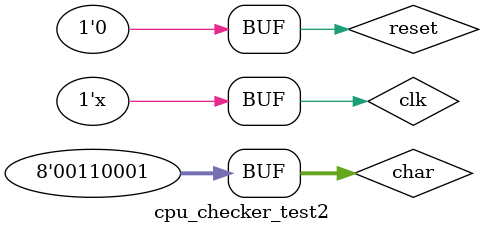
<source format=v>
`timescale 1ns / 1ps


module cpu_checker_test2;

	// Inputs
	reg clk;
	reg reset;
	reg [7:0] char;

	// Outputs
	wire [1:0] format_type;

	// Instantiate the Unit Under Test (UUT)
	cpu_checker uut (
		.clk(clk), 
		.reset(reset), 
		.char(char), 
		.format_type(format_type)
	);

	initial begin
		// Initialize Inputs
		clk = 0;
		reset = 0;
		char = 0;
		#10 char="^";
		#10 char="3";
		#10 char="3";
		#10 char="8";
		#10 char="@";
		#10 char="0";
		#10 char="0";
		#10 char="0";
		#10 char="0";
		#10 char="3";
		#10 char="1";
		#10 char="3";
		#10 char="0";
		#10 char=":";
		#10 char=" ";
		#10 char="\\";
		#10 char="(";
		#10 char="0";
		#10 char="0";
		#10 char="0";
		#10 char="0";
		#10 char="0";
		#10 char="0";
		#10 char="8";
		#10 char="8";
		#10 char=" ";
		#10 char="<";
		#10 char="=";
		#10 char=" ";
		#10 char="f";
		#10 char="f";
		#10 char="f";
		#10 char="f";
		#10 char="b";
		#10 char="5";
		#10 char="2";
		#10 char="8";
		#10 char="#";
		#10 char="^";
		#10 char="3";
		#10 char="3";
		#10 char="8";
		#10 char="@";
		#10 char="0";
		#10 char="0";
		#10 char="0";
		#10 char="0";
		#10 char="3";
		#10 char="1";
		#10 char="3";
		#10 char="0";
		#10 char=":";
		#10 char=" ";
		#10 char="*";
		#10 char="0";
		#10 char="0";
		#10 char="0";
		#10 char="0";
		#10 char="0";
		#10 char="0";
		#10 char="8";
		#10 char="8";
		#10 char=" ";
		#10 char="<";
		#10 char="=";
		#10 char=" ";
		#10 char="f";
		#10 char="f";
		#10 char="f";
		#10 char="f";
		#10 char="b";
		#10 char="5";
		#10 char="2";
		#10 char="8";
		#10 char="#";
		#10 char="1";
		
	end
always #5 clk=~clk;      
endmodule


</source>
